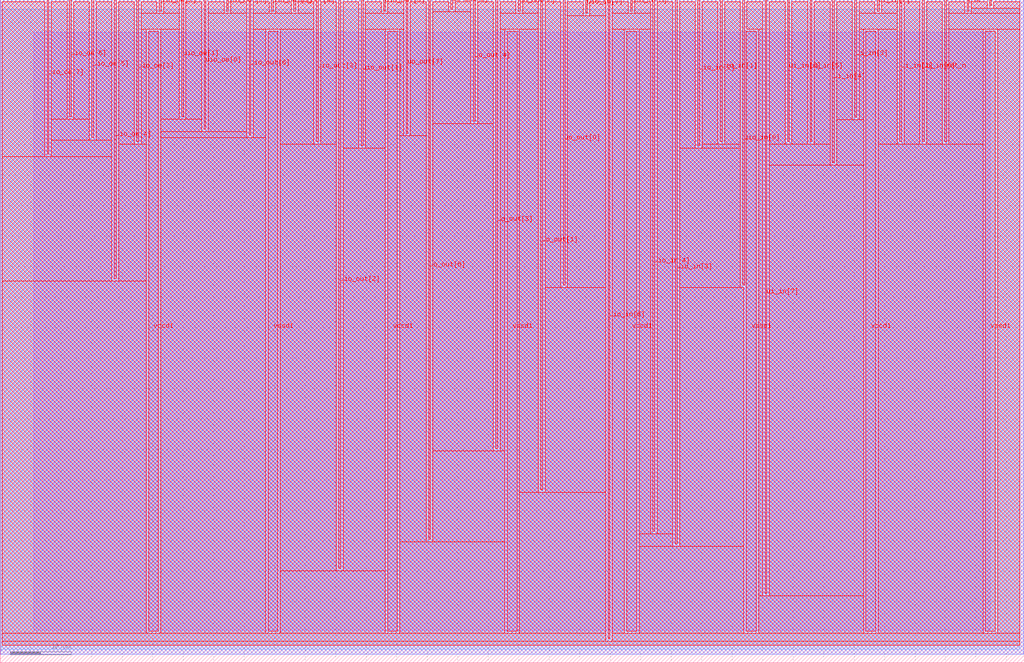
<source format=lef>
VERSION 5.7 ;
  NOWIREEXTENSIONATPIN ON ;
  DIVIDERCHAR "/" ;
  BUSBITCHARS "[]" ;
MACRO tt_um_apu_pulse
  CLASS BLOCK ;
  FOREIGN tt_um_apu_pulse ;
  ORIGIN 0.000 0.000 ;
  SIZE 167.900 BY 108.800 ;
  PIN clk
    DIRECTION INPUT ;
    USE SIGNAL ;
    PORT
      LAYER met4 ;
        RECT 158.550 106.950 158.850 108.800 ;
    END
  END clk
  PIN ena
    DIRECTION INPUT ;
    USE SIGNAL ;
    PORT
      LAYER met4 ;
        RECT 162.230 107.800 162.530 108.800 ;
    END
  END ena
  PIN rst_n
    DIRECTION INPUT ;
    USE SIGNAL ;
    PORT
      LAYER met4 ;
        RECT 154.870 85.500 155.170 108.800 ;
    END
  END rst_n
  PIN ui_in[0]
    DIRECTION INPUT ;
    USE SIGNAL ;
    PORT
      LAYER met4 ;
        RECT 151.190 85.500 151.490 108.800 ;
    END
  END ui_in[0]
  PIN ui_in[1]
    DIRECTION INPUT ;
    USE SIGNAL ;
    PORT
      LAYER met4 ;
        RECT 147.510 85.500 147.810 108.800 ;
    END
  END ui_in[1]
  PIN ui_in[2]
    DIRECTION INPUT ;
    USE SIGNAL ;
    PORT
      LAYER met4 ;
        RECT 143.830 106.950 144.130 108.800 ;
    END
  END ui_in[2]
  PIN ui_in[3]
    DIRECTION INPUT ;
    USE SIGNAL ;
    PORT
      LAYER met4 ;
        RECT 140.150 89.550 140.450 108.800 ;
    END
  END ui_in[3]
  PIN ui_in[4]
    DIRECTION INPUT ;
    USE SIGNAL ;
    PORT
      LAYER met4 ;
        RECT 136.470 82.100 136.770 108.800 ;
    END
  END ui_in[4]
  PIN ui_in[5]
    DIRECTION INPUT ;
    USE SIGNAL ;
    PORT
      LAYER met4 ;
        RECT 132.790 85.500 133.090 108.800 ;
    END
  END ui_in[5]
  PIN ui_in[6]
    DIRECTION INPUT ;
    USE SIGNAL ;
    PORT
      LAYER met4 ;
        RECT 129.110 85.500 129.410 108.800 ;
    END
  END ui_in[6]
  PIN ui_in[7]
    DIRECTION INPUT ;
    USE SIGNAL ;
    PORT
      LAYER met4 ;
        RECT 125.430 11.380 125.730 108.800 ;
    END
  END ui_in[7]
  PIN uio_in[0]
    DIRECTION INPUT ;
    USE SIGNAL ;
    PORT
      LAYER met4 ;
        RECT 121.750 61.950 122.050 108.800 ;
    END
  END uio_in[0]
  PIN uio_in[1]
    DIRECTION INPUT ;
    USE SIGNAL ;
    PORT
      LAYER met4 ;
        RECT 118.070 85.500 118.370 108.800 ;
    END
  END uio_in[1]
  PIN uio_in[2]
    DIRECTION INPUT ;
    USE SIGNAL ;
    PORT
      LAYER met4 ;
        RECT 114.390 84.820 114.690 108.800 ;
    END
  END uio_in[2]
  PIN uio_in[3]
    DIRECTION INPUT ;
    USE SIGNAL ;
    PORT
      LAYER met4 ;
        RECT 110.710 19.540 111.010 108.800 ;
    END
  END uio_in[3]
  PIN uio_in[4]
    DIRECTION INPUT ;
    USE SIGNAL ;
    PORT
      LAYER met4 ;
        RECT 107.030 21.580 107.330 108.800 ;
    END
  END uio_in[4]
  PIN uio_in[5]
    DIRECTION INPUT ;
    USE SIGNAL ;
    PORT
      LAYER met4 ;
        RECT 103.350 106.950 103.650 108.800 ;
    END
  END uio_in[5]
  PIN uio_in[6]
    DIRECTION INPUT ;
    USE SIGNAL ;
    PORT
      LAYER met4 ;
        RECT 99.670 3.900 99.970 108.800 ;
    END
  END uio_in[6]
  PIN uio_in[7]
    DIRECTION INPUT ;
    USE SIGNAL ;
    PORT
      LAYER met4 ;
        RECT 95.990 106.580 96.290 108.800 ;
    END
  END uio_in[7]
  PIN uio_oe[0]
    DIRECTION OUTPUT TRISTATE ;
    USE SIGNAL ;
    PORT
      LAYER met4 ;
        RECT 33.430 87.540 33.730 108.800 ;
    END
  END uio_oe[0]
  PIN uio_oe[1]
    DIRECTION OUTPUT TRISTATE ;
    USE SIGNAL ;
    PORT
      LAYER met4 ;
        RECT 29.750 89.580 30.050 108.800 ;
    END
  END uio_oe[1]
  PIN uio_oe[2]
    DIRECTION OUTPUT TRISTATE ;
    USE SIGNAL ;
    PORT
      LAYER met4 ;
        RECT 26.070 106.950 26.370 108.800 ;
    END
  END uio_oe[2]
  PIN uio_oe[3]
    DIRECTION OUTPUT TRISTATE ;
    USE SIGNAL ;
    PORT
      LAYER met4 ;
        RECT 22.390 85.500 22.690 108.800 ;
    END
  END uio_oe[3]
  PIN uio_oe[4]
    DIRECTION OUTPUT TRISTATE ;
    USE SIGNAL ;
    PORT
      LAYER met4 ;
        RECT 18.710 63.060 19.010 108.800 ;
    END
  END uio_oe[4]
  PIN uio_oe[5]
    DIRECTION OUTPUT TRISTATE ;
    USE SIGNAL ;
    PORT
      LAYER met4 ;
        RECT 15.030 86.180 15.330 108.800 ;
    END
  END uio_oe[5]
  PIN uio_oe[6]
    DIRECTION OUTPUT TRISTATE ;
    USE SIGNAL ;
    PORT
      LAYER met4 ;
        RECT 11.350 89.580 11.650 108.800 ;
    END
  END uio_oe[6]
  PIN uio_oe[7]
    DIRECTION OUTPUT TRISTATE ;
    USE SIGNAL ;
    PORT
      LAYER met4 ;
        RECT 7.670 83.460 7.970 108.800 ;
    END
  END uio_oe[7]
  PIN uio_out[0]
    DIRECTION OUTPUT TRISTATE ;
    USE SIGNAL ;
    PORT
      LAYER met4 ;
        RECT 62.870 106.950 63.170 108.800 ;
    END
  END uio_out[0]
  PIN uio_out[1]
    DIRECTION OUTPUT TRISTATE ;
    USE SIGNAL ;
    PORT
      LAYER met4 ;
        RECT 59.190 84.820 59.490 108.800 ;
    END
  END uio_out[1]
  PIN uio_out[2]
    DIRECTION OUTPUT TRISTATE ;
    USE SIGNAL ;
    PORT
      LAYER met4 ;
        RECT 55.510 15.460 55.810 108.800 ;
    END
  END uio_out[2]
  PIN uio_out[3]
    DIRECTION OUTPUT TRISTATE ;
    USE SIGNAL ;
    PORT
      LAYER met4 ;
        RECT 51.830 85.500 52.130 108.800 ;
    END
  END uio_out[3]
  PIN uio_out[4]
    DIRECTION OUTPUT TRISTATE ;
    USE SIGNAL ;
    PORT
      LAYER met4 ;
        RECT 48.150 106.950 48.450 108.800 ;
    END
  END uio_out[4]
  PIN uio_out[5]
    DIRECTION OUTPUT TRISTATE ;
    USE SIGNAL ;
    PORT
      LAYER met4 ;
        RECT 44.470 106.950 44.770 108.800 ;
    END
  END uio_out[5]
  PIN uio_out[6]
    DIRECTION OUTPUT TRISTATE ;
    USE SIGNAL ;
    PORT
      LAYER met4 ;
        RECT 40.790 86.550 41.090 108.800 ;
    END
  END uio_out[6]
  PIN uio_out[7]
    DIRECTION OUTPUT TRISTATE ;
    USE SIGNAL ;
    PORT
      LAYER met4 ;
        RECT 37.110 106.950 37.410 108.800 ;
    END
  END uio_out[7]
  PIN uo_out[0]
    DIRECTION OUTPUT TRISTATE ;
    USE SIGNAL ;
    PORT
      LAYER met4 ;
        RECT 92.310 61.950 92.610 108.800 ;
    END
  END uo_out[0]
  PIN uo_out[1]
    DIRECTION OUTPUT TRISTATE ;
    USE SIGNAL ;
    PORT
      LAYER met4 ;
        RECT 88.630 28.380 88.930 108.800 ;
    END
  END uo_out[1]
  PIN uo_out[2]
    DIRECTION OUTPUT TRISTATE ;
    USE SIGNAL ;
    PORT
      LAYER met4 ;
        RECT 84.950 106.950 85.250 108.800 ;
    END
  END uo_out[2]
  PIN uo_out[3]
    DIRECTION OUTPUT TRISTATE ;
    USE SIGNAL ;
    PORT
      LAYER met4 ;
        RECT 81.270 35.180 81.570 108.800 ;
    END
  END uo_out[3]
  PIN uo_out[4]
    DIRECTION OUTPUT TRISTATE ;
    USE SIGNAL ;
    PORT
      LAYER met4 ;
        RECT 77.590 88.900 77.890 108.800 ;
    END
  END uo_out[4]
  PIN uo_out[5]
    DIRECTION OUTPUT TRISTATE ;
    USE SIGNAL ;
    PORT
      LAYER met4 ;
        RECT 73.910 107.260 74.210 108.800 ;
    END
  END uo_out[5]
  PIN uo_out[6]
    DIRECTION OUTPUT TRISTATE ;
    USE SIGNAL ;
    PORT
      LAYER met4 ;
        RECT 70.230 20.220 70.530 108.800 ;
    END
  END uo_out[6]
  PIN uo_out[7]
    DIRECTION OUTPUT TRISTATE ;
    USE SIGNAL ;
    PORT
      LAYER met4 ;
        RECT 66.550 86.860 66.850 108.800 ;
    END
  END uo_out[7]
  PIN vccd1
    DIRECTION INOUT ;
    USE POWER ;
    PORT
      LAYER met4 ;
        RECT 24.325 5.200 25.925 103.600 ;
    END
    PORT
      LAYER met4 ;
        RECT 63.535 5.200 65.135 103.600 ;
    END
    PORT
      LAYER met4 ;
        RECT 102.745 5.200 104.345 103.600 ;
    END
    PORT
      LAYER met4 ;
        RECT 141.955 5.200 143.555 103.600 ;
    END
  END vccd1
  PIN vssd1
    DIRECTION INOUT ;
    USE GROUND ;
    PORT
      LAYER met4 ;
        RECT 43.930 5.200 45.530 103.600 ;
    END
    PORT
      LAYER met4 ;
        RECT 83.140 5.200 84.740 103.600 ;
    END
    PORT
      LAYER met4 ;
        RECT 122.350 5.200 123.950 103.600 ;
    END
    PORT
      LAYER met4 ;
        RECT 161.560 5.200 163.160 103.600 ;
    END
  END vssd1
  OBS
      LAYER li1 ;
        RECT 5.520 5.355 162.380 103.445 ;
      LAYER met1 ;
        RECT 0.070 1.400 167.830 108.760 ;
      LAYER met2 ;
        RECT 0.090 1.370 167.800 108.790 ;
      LAYER met3 ;
        RECT 0.065 2.215 167.170 107.265 ;
      LAYER met4 ;
        RECT 0.295 83.060 7.270 108.450 ;
        RECT 8.370 89.180 10.950 108.450 ;
        RECT 12.050 89.180 14.630 108.450 ;
        RECT 8.370 85.780 14.630 89.180 ;
        RECT 15.730 85.780 18.310 108.450 ;
        RECT 8.370 83.060 18.310 85.780 ;
        RECT 0.295 62.660 18.310 83.060 ;
        RECT 19.410 85.100 21.990 108.450 ;
        RECT 23.090 106.550 25.670 108.450 ;
        RECT 26.770 106.550 29.350 108.450 ;
        RECT 23.090 104.000 29.350 106.550 ;
        RECT 23.090 85.100 23.925 104.000 ;
        RECT 19.410 62.660 23.925 85.100 ;
        RECT 0.295 4.800 23.925 62.660 ;
        RECT 26.325 89.180 29.350 104.000 ;
        RECT 30.450 89.180 33.030 108.450 ;
        RECT 26.325 87.140 33.030 89.180 ;
        RECT 34.130 106.550 36.710 108.450 ;
        RECT 37.810 106.550 40.390 108.450 ;
        RECT 34.130 87.140 40.390 106.550 ;
        RECT 26.325 86.150 40.390 87.140 ;
        RECT 41.490 106.550 44.070 108.450 ;
        RECT 45.170 106.550 47.750 108.450 ;
        RECT 48.850 106.550 51.430 108.450 ;
        RECT 41.490 104.000 51.430 106.550 ;
        RECT 41.490 86.150 43.530 104.000 ;
        RECT 26.325 4.800 43.530 86.150 ;
        RECT 45.930 85.100 51.430 104.000 ;
        RECT 52.530 85.100 55.110 108.450 ;
        RECT 45.930 15.060 55.110 85.100 ;
        RECT 56.210 84.420 58.790 108.450 ;
        RECT 59.890 106.550 62.470 108.450 ;
        RECT 63.570 106.550 66.150 108.450 ;
        RECT 59.890 104.000 66.150 106.550 ;
        RECT 59.890 84.420 63.135 104.000 ;
        RECT 56.210 15.060 63.135 84.420 ;
        RECT 45.930 4.800 63.135 15.060 ;
        RECT 65.535 86.460 66.150 104.000 ;
        RECT 67.250 86.460 69.830 108.450 ;
        RECT 65.535 19.820 69.830 86.460 ;
        RECT 70.930 106.860 73.510 108.450 ;
        RECT 74.610 106.860 77.190 108.450 ;
        RECT 70.930 88.500 77.190 106.860 ;
        RECT 78.290 88.500 80.870 108.450 ;
        RECT 70.930 34.780 80.870 88.500 ;
        RECT 81.970 106.550 84.550 108.450 ;
        RECT 85.650 106.550 88.230 108.450 ;
        RECT 81.970 104.000 88.230 106.550 ;
        RECT 81.970 34.780 82.740 104.000 ;
        RECT 70.930 19.820 82.740 34.780 ;
        RECT 65.535 4.800 82.740 19.820 ;
        RECT 85.140 27.980 88.230 104.000 ;
        RECT 89.330 61.550 91.910 108.450 ;
        RECT 93.010 106.180 95.590 108.450 ;
        RECT 96.690 106.180 99.270 108.450 ;
        RECT 93.010 61.550 99.270 106.180 ;
        RECT 89.330 27.980 99.270 61.550 ;
        RECT 85.140 4.800 99.270 27.980 ;
        RECT 0.295 3.500 99.270 4.800 ;
        RECT 100.370 106.550 102.950 108.450 ;
        RECT 104.050 106.550 106.630 108.450 ;
        RECT 100.370 104.000 106.630 106.550 ;
        RECT 100.370 4.800 102.345 104.000 ;
        RECT 104.745 21.180 106.630 104.000 ;
        RECT 107.730 21.180 110.310 108.450 ;
        RECT 104.745 19.140 110.310 21.180 ;
        RECT 111.410 84.420 113.990 108.450 ;
        RECT 115.090 85.100 117.670 108.450 ;
        RECT 118.770 85.100 121.350 108.450 ;
        RECT 122.450 104.000 125.030 108.450 ;
        RECT 115.090 84.420 121.350 85.100 ;
        RECT 111.410 61.550 121.350 84.420 ;
        RECT 111.410 19.140 121.950 61.550 ;
        RECT 104.745 4.800 121.950 19.140 ;
        RECT 124.350 10.980 125.030 104.000 ;
        RECT 126.130 85.100 128.710 108.450 ;
        RECT 129.810 85.100 132.390 108.450 ;
        RECT 133.490 85.100 136.070 108.450 ;
        RECT 126.130 81.700 136.070 85.100 ;
        RECT 137.170 89.150 139.750 108.450 ;
        RECT 140.850 106.550 143.430 108.450 ;
        RECT 144.530 106.550 147.110 108.450 ;
        RECT 140.850 104.000 147.110 106.550 ;
        RECT 140.850 89.150 141.555 104.000 ;
        RECT 137.170 81.700 141.555 89.150 ;
        RECT 126.130 10.980 141.555 81.700 ;
        RECT 124.350 4.800 141.555 10.980 ;
        RECT 143.955 85.100 147.110 104.000 ;
        RECT 148.210 85.100 150.790 108.450 ;
        RECT 151.890 85.100 154.470 108.450 ;
        RECT 155.570 106.550 158.150 108.450 ;
        RECT 159.250 107.400 161.830 108.450 ;
        RECT 162.930 107.400 167.145 108.450 ;
        RECT 159.250 106.550 167.145 107.400 ;
        RECT 155.570 104.000 167.145 106.550 ;
        RECT 155.570 85.100 161.160 104.000 ;
        RECT 143.955 4.800 161.160 85.100 ;
        RECT 163.560 4.800 167.145 104.000 ;
        RECT 100.370 3.500 167.145 4.800 ;
        RECT 0.295 2.895 167.145 3.500 ;
  END
END tt_um_apu_pulse
END LIBRARY


</source>
